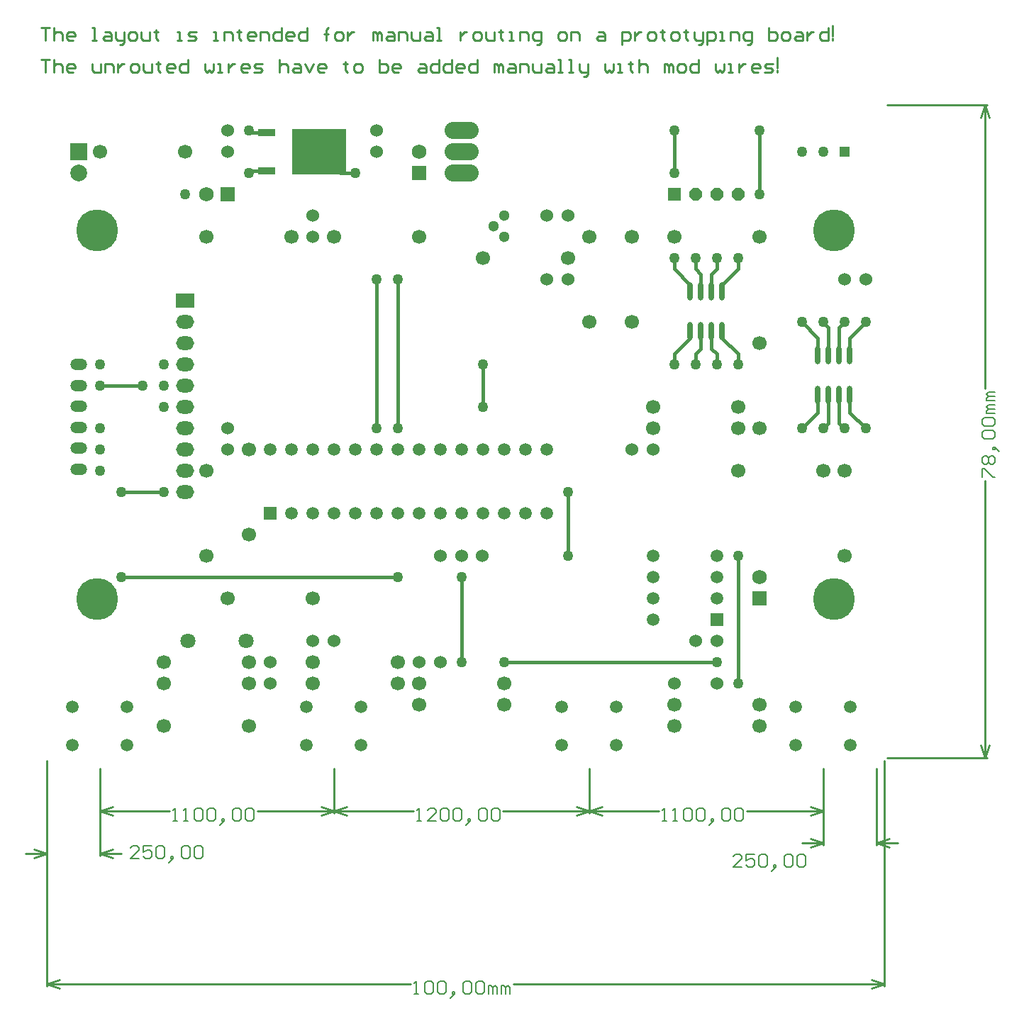
<source format=gtl>
G04 Layer_Physical_Order=1*
G04 Layer_Color=25308*
%FSLAX25Y25*%
%MOIN*%
G70*
G01*
G75*
%ADD10O,0.02362X0.08661*%
%ADD11R,0.08268X0.03740*%
%ADD12R,0.25590X0.21654*%
%ADD13C,0.01500*%
%ADD14C,0.01000*%
%ADD15C,0.00600*%
%ADD16C,0.05906*%
%ADD17C,0.06000*%
%ADD18P,0.06494X8X22.5*%
%ADD19R,0.06000X0.06000*%
%ADD20C,0.06693*%
%ADD21R,0.06890X0.06890*%
%ADD22C,0.06890*%
%ADD23R,0.05000X0.05000*%
%ADD24C,0.05000*%
%ADD25C,0.05118*%
%ADD26O,0.16000X0.08000*%
%ADD27R,0.06890X0.06890*%
%ADD28R,0.05906X0.05906*%
%ADD29C,0.07087*%
%ADD30R,0.08500X0.06500*%
%ADD31O,0.08500X0.06500*%
%ADD32O,0.07874X0.05315*%
%ADD33C,0.19685*%
%ADD34R,0.05906X0.05906*%
%ADD35C,0.07874*%
%ADD36R,0.07874X0.07874*%
D10*
X871201Y683150D02*
D03*
X866201Y683150D02*
D03*
X861201Y683150D02*
D03*
X856201Y683150D02*
D03*
X871201Y664252D02*
D03*
X866201Y664252D02*
D03*
X861201Y664252D02*
D03*
X856201Y664252D02*
D03*
X811201Y713150D02*
D03*
X806201Y713150D02*
D03*
X801201Y713150D02*
D03*
X796201Y713150D02*
D03*
X811201Y694252D02*
D03*
X806201Y694252D02*
D03*
X801201Y694252D02*
D03*
X796201Y694252D02*
D03*
D11*
X596969Y787677D02*
D03*
X596969Y769724D02*
D03*
D12*
X621772Y778701D02*
D03*
D13*
X518701Y668701D02*
X538701Y668701D01*
X528701Y618701D02*
X548701Y618701D01*
X658701Y648701D02*
X658701Y718701D01*
X528701Y578701D02*
X658701Y578701D01*
X818701Y528701D02*
X818701Y588701D01*
X688701Y538701D02*
X688701Y578701D01*
X708701Y538701D02*
X808701Y538701D01*
X648701Y648701D02*
X648701Y718701D01*
X698701Y658701D02*
X698701Y678701D01*
X738701Y588701D02*
X738701Y618701D01*
X828701Y758701D02*
X828701Y788701D01*
X788701Y768701D02*
X788701Y788701D01*
X621772Y778701D02*
X631772Y768701D01*
X638701Y768701D01*
X588701Y768701D02*
X589724Y769724D01*
X596969Y769724D01*
X588701Y788701D02*
X589724Y787677D01*
X596969Y787677D01*
X811201Y713150D02*
X811201Y716201D01*
X806201Y713150D02*
X806201Y721201D01*
X801201Y713150D02*
X801201Y721201D01*
X796201Y713150D02*
X796201Y716201D01*
X811201Y691201D02*
X811201Y694252D01*
X806201Y686201D02*
X806201Y694252D01*
X801201Y686201D02*
X801201Y694252D01*
X796201Y691201D02*
X796201Y694252D01*
X788701Y683701D02*
X796201Y691201D01*
X788701Y678701D02*
X788701Y683701D01*
X798701Y683701D02*
X801201Y686201D01*
X798701Y678701D02*
X798701Y683701D01*
X806201Y686201D02*
X808701Y683701D01*
X808701Y678701D02*
X808701Y683701D01*
X811201Y691201D02*
X818701Y683701D01*
X818701Y678701D02*
X818701Y683701D01*
X788701Y723701D02*
X796201Y716201D01*
X788701Y723701D02*
X788701Y728701D01*
X798701Y723701D02*
X801201Y721201D01*
X798701Y723701D02*
X798701Y728701D01*
X806201Y721201D02*
X808701Y723701D01*
X808701Y728701D01*
X811201Y716201D02*
X818701Y723701D01*
X818701Y728701D01*
X871201Y683150D02*
X871201Y691201D01*
X878701Y698701D01*
X866201Y683150D02*
X866201Y696201D01*
X868701Y698701D01*
X861201Y683150D02*
X861201Y696201D01*
X858701Y698701D02*
X861201Y696201D01*
X856201Y683150D02*
X856201Y691201D01*
X848701Y698701D02*
X856201Y691201D01*
X871201Y656201D02*
X871201Y664252D01*
X871201Y656201D02*
X878701Y648701D01*
X866201Y651201D02*
X866201Y664252D01*
X866201Y651201D02*
X868701Y648701D01*
X861201Y651201D02*
X861201Y664252D01*
X858701Y648701D02*
X861201Y651201D01*
X856201Y656201D02*
X856201Y664252D01*
X848701Y648701D02*
X856201Y656201D01*
D14*
X491201Y822199D02*
X495199Y822199D01*
X493200Y822199D01*
X493200Y816201D01*
X497199Y822199D02*
X497199Y816201D01*
X497199Y819200D01*
X498199Y820199D01*
X500198Y820199D01*
X501198Y819200D01*
X501198Y816201D01*
X506196Y816201D02*
X504197Y816201D01*
X503197Y817200D01*
X503197Y819200D01*
X504197Y820199D01*
X506196Y820199D01*
X507196Y819200D01*
X507196Y818200D01*
X503197Y818200D01*
X515193Y820199D02*
X515193Y817200D01*
X516193Y816201D01*
X519192Y816201D01*
X519192Y820199D01*
X521191Y816201D02*
X521191Y820199D01*
X524190Y820199D01*
X525190Y819200D01*
X525190Y816201D01*
X527189Y820199D02*
X527189Y816201D01*
X527189Y818200D01*
X528189Y819200D01*
X529188Y820199D01*
X530188Y820199D01*
X534187Y816201D02*
X536186Y816201D01*
X537186Y817200D01*
X537186Y819200D01*
X536186Y820199D01*
X534187Y820199D01*
X533187Y819200D01*
X533187Y817200D01*
X534187Y816201D01*
X539185Y820199D02*
X539185Y817200D01*
X540185Y816201D01*
X543184Y816201D01*
X543184Y820199D01*
X546183Y821199D02*
X546183Y820199D01*
X545183Y820199D01*
X547183Y820199D01*
X546183Y820199D01*
X546183Y817200D01*
X547183Y816201D01*
X553181Y816201D02*
X551181Y816201D01*
X550182Y817200D01*
X550182Y819200D01*
X551181Y820199D01*
X553181Y820199D01*
X554180Y819200D01*
X554180Y818200D01*
X550182Y818200D01*
X560179Y822199D02*
X560179Y816201D01*
X557179Y816201D01*
X556180Y817200D01*
X556180Y819200D01*
X557179Y820199D01*
X560179Y820199D01*
X568176Y820199D02*
X568176Y817200D01*
X569176Y816201D01*
X570175Y817200D01*
X571175Y816201D01*
X572175Y817200D01*
X572175Y820199D01*
X574174Y816201D02*
X576173Y816201D01*
X575174Y816201D01*
X575174Y820199D01*
X574174Y820199D01*
X579172Y820199D02*
X579172Y816201D01*
X579172Y818200D01*
X580172Y819200D01*
X581172Y820199D01*
X582171Y820199D01*
X588169Y816201D02*
X586170Y816201D01*
X585170Y817200D01*
X585170Y819200D01*
X586170Y820199D01*
X588169Y820199D01*
X589169Y819200D01*
X589169Y818200D01*
X585170Y818200D01*
X591168Y816201D02*
X594168Y816201D01*
X595167Y817200D01*
X594168Y818200D01*
X592168Y818200D01*
X591168Y819200D01*
X592168Y820199D01*
X595167Y820199D01*
X603165Y822199D02*
X603165Y816201D01*
X603165Y819200D01*
X604164Y820199D01*
X606164Y820199D01*
X607163Y819200D01*
X607163Y816201D01*
X610162Y820199D02*
X612162Y820199D01*
X613161Y819200D01*
X613161Y816201D01*
X610162Y816201D01*
X609163Y817200D01*
X610162Y818200D01*
X613161Y818200D01*
X615161Y820199D02*
X617160Y816201D01*
X619159Y820199D01*
X624158Y816201D02*
X622158Y816201D01*
X621159Y817200D01*
X621159Y819200D01*
X622158Y820199D01*
X624158Y820199D01*
X625157Y819200D01*
X625157Y818200D01*
X621159Y818200D01*
X634155Y821199D02*
X634155Y820199D01*
X633155Y820199D01*
X635154Y820199D01*
X634155Y820199D01*
X634155Y817200D01*
X635154Y816201D01*
X639153Y816201D02*
X641152Y816201D01*
X642152Y817200D01*
X642152Y819200D01*
X641152Y820199D01*
X639153Y820199D01*
X638153Y819200D01*
X638153Y817200D01*
X639153Y816201D01*
X650149Y822199D02*
X650149Y816201D01*
X653148Y816201D01*
X654148Y817200D01*
X654148Y818200D01*
X654148Y819200D01*
X653148Y820199D01*
X650149Y820199D01*
X659146Y816201D02*
X657147Y816201D01*
X656147Y817200D01*
X656147Y819200D01*
X657147Y820199D01*
X659146Y820199D01*
X660146Y819200D01*
X660146Y818200D01*
X656147Y818200D01*
X669143Y820199D02*
X671143Y820199D01*
X672142Y819200D01*
X672142Y816201D01*
X669143Y816201D01*
X668144Y817200D01*
X669143Y818200D01*
X672142Y818200D01*
X678140Y822199D02*
X678140Y816201D01*
X675141Y816201D01*
X674142Y817200D01*
X674142Y819200D01*
X675141Y820199D01*
X678140Y820199D01*
X684138Y822199D02*
X684138Y816201D01*
X681139Y816201D01*
X680140Y817200D01*
X680140Y819200D01*
X681139Y820199D01*
X684138Y820199D01*
X689137Y816201D02*
X687137Y816201D01*
X686138Y817200D01*
X686138Y819200D01*
X687137Y820199D01*
X689137Y820199D01*
X690136Y819200D01*
X690136Y818200D01*
X686138Y818200D01*
X696135Y822199D02*
X696135Y816201D01*
X693135Y816201D01*
X692136Y817200D01*
X692136Y819200D01*
X693135Y820199D01*
X696135Y820199D01*
X704132Y816201D02*
X704132Y820199D01*
X705132Y820199D01*
X706131Y819200D01*
X706131Y816201D01*
X706131Y819200D01*
X707131Y820199D01*
X708131Y819200D01*
X708131Y816201D01*
X711130Y820199D02*
X713129Y820199D01*
X714129Y819200D01*
X714129Y816201D01*
X711130Y816201D01*
X710130Y817200D01*
X711130Y818200D01*
X714129Y818200D01*
X716128Y816201D02*
X716128Y820199D01*
X719127Y820199D01*
X720127Y819200D01*
X720127Y816201D01*
X722126Y820199D02*
X722126Y817200D01*
X723126Y816201D01*
X726125Y816201D01*
X726125Y820199D01*
X729124Y820199D02*
X731123Y820199D01*
X732123Y819200D01*
X732123Y816201D01*
X729124Y816201D01*
X728124Y817200D01*
X729124Y818200D01*
X732123Y818200D01*
X734122Y816201D02*
X736122Y816201D01*
X735122Y816201D01*
X735122Y822199D01*
X734122Y822199D01*
X739121Y816201D02*
X741120Y816201D01*
X740120Y816201D01*
X740120Y822199D01*
X739121Y822199D01*
X744119Y820199D02*
X744119Y817200D01*
X745119Y816201D01*
X748118Y816201D01*
X748118Y815201D01*
X747118Y814201D01*
X746118Y814201D01*
X748118Y816201D02*
X748118Y820199D01*
X756115Y820199D02*
X756115Y817200D01*
X757115Y816201D01*
X758114Y817200D01*
X759114Y816201D01*
X760114Y817200D01*
X760114Y820199D01*
X762113Y816201D02*
X764113Y816201D01*
X763113Y816201D01*
X763113Y820199D01*
X762113Y820199D01*
X768111Y821199D02*
X768111Y820199D01*
X767111Y820199D01*
X769111Y820199D01*
X768111Y820199D01*
X768111Y817200D01*
X769111Y816201D01*
X772110Y822199D02*
X772110Y816201D01*
X772110Y819200D01*
X773110Y820199D01*
X775109Y820199D01*
X776109Y819200D01*
X776109Y816201D01*
X784106Y816201D02*
X784106Y820199D01*
X785106Y820199D01*
X786105Y819200D01*
X786105Y816201D01*
X786105Y819200D01*
X787105Y820199D01*
X788105Y819200D01*
X788105Y816201D01*
X791104Y816201D02*
X793103Y816201D01*
X794103Y817200D01*
X794103Y819200D01*
X793103Y820199D01*
X791104Y820199D01*
X790104Y819200D01*
X790104Y817200D01*
X791104Y816201D01*
X800101Y822199D02*
X800101Y816201D01*
X797102Y816201D01*
X796102Y817200D01*
X796102Y819200D01*
X797102Y820199D01*
X800101Y820199D01*
X808098Y820199D02*
X808098Y817200D01*
X809098Y816201D01*
X810098Y817200D01*
X811097Y816201D01*
X812097Y817200D01*
X812097Y820199D01*
X814096Y816201D02*
X816096Y816201D01*
X815096Y816201D01*
X815096Y820199D01*
X814096Y820199D01*
X819095Y820199D02*
X819095Y816201D01*
X819095Y818200D01*
X820094Y819200D01*
X821094Y820199D01*
X822094Y820199D01*
X828092Y816201D02*
X826092Y816201D01*
X825093Y817200D01*
X825093Y819200D01*
X826092Y820199D01*
X828092Y820199D01*
X829091Y819200D01*
X829091Y818200D01*
X825093Y818200D01*
X831091Y816201D02*
X834090Y816201D01*
X835089Y817200D01*
X834090Y818200D01*
X832090Y818200D01*
X831091Y819200D01*
X832090Y820199D01*
X835089Y820199D01*
X837089Y818200D02*
X837089Y823199D01*
X837089Y817200D02*
X837089Y816201D01*
X491201Y837199D02*
X495199Y837199D01*
X493200Y837199D01*
X493200Y831201D01*
X497199Y837199D02*
X497199Y831201D01*
X497199Y834200D01*
X498199Y835200D01*
X500198Y835200D01*
X501198Y834200D01*
X501198Y831201D01*
X506196Y831201D02*
X504197Y831201D01*
X503197Y832201D01*
X503197Y834200D01*
X504197Y835200D01*
X506196Y835200D01*
X507196Y834200D01*
X507196Y833200D01*
X503197Y833200D01*
X515193Y831201D02*
X517192Y831201D01*
X516193Y831201D01*
X516193Y837199D01*
X515193Y837199D01*
X521191Y835200D02*
X523190Y835200D01*
X524190Y834200D01*
X524190Y831201D01*
X521191Y831201D01*
X520191Y832201D01*
X521191Y833200D01*
X524190Y833200D01*
X526190Y835200D02*
X526190Y832201D01*
X527189Y831201D01*
X530188Y831201D01*
X530188Y830201D01*
X529188Y829201D01*
X528189Y829201D01*
X530188Y831201D02*
X530188Y835200D01*
X533187Y831201D02*
X535187Y831201D01*
X536186Y832201D01*
X536186Y834200D01*
X535187Y835200D01*
X533187Y835200D01*
X532188Y834200D01*
X532188Y832201D01*
X533187Y831201D01*
X538186Y835200D02*
X538186Y832201D01*
X539185Y831201D01*
X542184Y831201D01*
X542184Y835200D01*
X545183Y836199D02*
X545183Y835200D01*
X544184Y835200D01*
X546183Y835200D01*
X545183Y835200D01*
X545183Y832201D01*
X546183Y831201D01*
X555180Y831201D02*
X557179Y831201D01*
X556180Y831201D01*
X556180Y835200D01*
X555180Y835200D01*
X560179Y831201D02*
X563177Y831201D01*
X564177Y832201D01*
X563177Y833200D01*
X561178Y833200D01*
X560179Y834200D01*
X561178Y835200D01*
X564177Y835200D01*
X572175Y831201D02*
X574174Y831201D01*
X573174Y831201D01*
X573174Y835200D01*
X572175Y835200D01*
X577173Y831201D02*
X577173Y835200D01*
X580172Y835200D01*
X581172Y834200D01*
X581172Y831201D01*
X584171Y836199D02*
X584171Y835200D01*
X583171Y835200D01*
X585170Y835200D01*
X584171Y835200D01*
X584171Y832201D01*
X585170Y831201D01*
X591168Y831201D02*
X589169Y831201D01*
X588169Y832201D01*
X588169Y834200D01*
X589169Y835200D01*
X591168Y835200D01*
X592168Y834200D01*
X592168Y833200D01*
X588169Y833200D01*
X594168Y831201D02*
X594168Y835200D01*
X597166Y835200D01*
X598166Y834200D01*
X598166Y831201D01*
X604164Y837199D02*
X604164Y831201D01*
X601165Y831201D01*
X600166Y832201D01*
X600166Y834200D01*
X601165Y835200D01*
X604164Y835200D01*
X609163Y831201D02*
X607163Y831201D01*
X606164Y832201D01*
X606164Y834200D01*
X607163Y835200D01*
X609163Y835200D01*
X610162Y834200D01*
X610162Y833200D01*
X606164Y833200D01*
X616160Y837199D02*
X616160Y831201D01*
X613161Y831201D01*
X612162Y832201D01*
X612162Y834200D01*
X613161Y835200D01*
X616160Y835200D01*
X625157Y831201D02*
X625157Y836199D01*
X625157Y834200D01*
X624158Y834200D01*
X626157Y834200D01*
X625157Y834200D01*
X625157Y836199D01*
X626157Y837199D01*
X630156Y831201D02*
X632155Y831201D01*
X633155Y832201D01*
X633155Y834200D01*
X632155Y835200D01*
X630156Y835200D01*
X629156Y834200D01*
X629156Y832201D01*
X630156Y831201D01*
X635154Y835200D02*
X635154Y831201D01*
X635154Y833200D01*
X636154Y834200D01*
X637154Y835200D01*
X638153Y835200D01*
X647150Y831201D02*
X647150Y835200D01*
X648150Y835200D01*
X649150Y834200D01*
X649150Y831201D01*
X649150Y834200D01*
X650149Y835200D01*
X651149Y834200D01*
X651149Y831201D01*
X654148Y835200D02*
X656147Y835200D01*
X657147Y834200D01*
X657147Y831201D01*
X654148Y831201D01*
X653148Y832201D01*
X654148Y833200D01*
X657147Y833200D01*
X659146Y831201D02*
X659146Y835200D01*
X662146Y835200D01*
X663145Y834200D01*
X663145Y831201D01*
X665144Y835200D02*
X665144Y832201D01*
X666144Y831201D01*
X669143Y831201D01*
X669143Y835200D01*
X672142Y835200D02*
X674142Y835200D01*
X675141Y834200D01*
X675141Y831201D01*
X672142Y831201D01*
X671143Y832201D01*
X672142Y833200D01*
X675141Y833200D01*
X677141Y831201D02*
X679140Y831201D01*
X678140Y831201D01*
X678140Y837199D01*
X677141Y837199D01*
X688137Y835200D02*
X688137Y831201D01*
X688137Y833200D01*
X689137Y834200D01*
X690136Y835200D01*
X691136Y835200D01*
X695135Y831201D02*
X697134Y831201D01*
X698134Y832201D01*
X698134Y834200D01*
X697134Y835200D01*
X695135Y835200D01*
X694135Y834200D01*
X694135Y832201D01*
X695135Y831201D01*
X700133Y835200D02*
X700133Y832201D01*
X701133Y831201D01*
X704132Y831201D01*
X704132Y835200D01*
X707131Y836199D02*
X707131Y835200D01*
X706131Y835200D01*
X708131Y835200D01*
X707131Y835200D01*
X707131Y832201D01*
X708131Y831201D01*
X711130Y831201D02*
X713129Y831201D01*
X712129Y831201D01*
X712129Y835200D01*
X711130Y835200D01*
X716128Y831201D02*
X716128Y835200D01*
X719127Y835200D01*
X720127Y834200D01*
X720127Y831201D01*
X724125Y829201D02*
X725125Y829201D01*
X726125Y830201D01*
X726125Y835200D01*
X723126Y835200D01*
X722126Y834200D01*
X722126Y832201D01*
X723126Y831201D01*
X726125Y831201D01*
X735122Y831201D02*
X737121Y831201D01*
X738121Y832201D01*
X738121Y834200D01*
X737121Y835200D01*
X735122Y835200D01*
X734122Y834200D01*
X734122Y832201D01*
X735122Y831201D01*
X740120Y831201D02*
X740120Y835200D01*
X743119Y835200D01*
X744119Y834200D01*
X744119Y831201D01*
X753116Y835200D02*
X755115Y835200D01*
X756115Y834200D01*
X756115Y831201D01*
X753116Y831201D01*
X752116Y832201D01*
X753116Y833200D01*
X756115Y833200D01*
X764113Y829201D02*
X764113Y835200D01*
X767111Y835200D01*
X768111Y834200D01*
X768111Y832201D01*
X767111Y831201D01*
X764113Y831201D01*
X770111Y835200D02*
X770111Y831201D01*
X770111Y833200D01*
X771110Y834200D01*
X772110Y835200D01*
X773110Y835200D01*
X777108Y831201D02*
X779108Y831201D01*
X780107Y832201D01*
X780107Y834200D01*
X779108Y835200D01*
X777108Y835200D01*
X776109Y834200D01*
X776109Y832201D01*
X777108Y831201D01*
X783106Y836199D02*
X783106Y835200D01*
X782107Y835200D01*
X784106Y835200D01*
X783106Y835200D01*
X783106Y832201D01*
X784106Y831201D01*
X788105Y831201D02*
X790104Y831201D01*
X791104Y832201D01*
X791104Y834200D01*
X790104Y835200D01*
X788105Y835200D01*
X787105Y834200D01*
X787105Y832201D01*
X788105Y831201D01*
X794103Y836199D02*
X794103Y835200D01*
X793103Y835200D01*
X795103Y835200D01*
X794103Y835200D01*
X794103Y832201D01*
X795103Y831201D01*
X798102Y835200D02*
X798102Y832201D01*
X799101Y831201D01*
X802100Y831201D01*
X802100Y830201D01*
X801101Y829201D01*
X800101Y829201D01*
X802100Y831201D02*
X802100Y835200D01*
X804099Y829201D02*
X804099Y835200D01*
X807099Y835200D01*
X808098Y834200D01*
X808098Y832201D01*
X807099Y831201D01*
X804099Y831201D01*
X810098Y831201D02*
X812097Y831201D01*
X811097Y831201D01*
X811097Y835200D01*
X810098Y835200D01*
X815096Y831201D02*
X815096Y835200D01*
X818095Y835200D01*
X819095Y834200D01*
X819095Y831201D01*
X823093Y829201D02*
X824093Y829201D01*
X825093Y830201D01*
X825093Y835200D01*
X822094Y835200D01*
X821094Y834200D01*
X821094Y832201D01*
X822094Y831201D01*
X825093Y831201D01*
X833090Y837199D02*
X833090Y831201D01*
X836089Y831201D01*
X837089Y832201D01*
X837089Y833200D01*
X837089Y834200D01*
X836089Y835200D01*
X833090Y835200D01*
X840088Y831201D02*
X842087Y831201D01*
X843087Y832201D01*
X843087Y834200D01*
X842087Y835200D01*
X840088Y835200D01*
X839088Y834200D01*
X839088Y832201D01*
X840088Y831201D01*
X846086Y835200D02*
X848085Y835200D01*
X849085Y834200D01*
X849085Y831201D01*
X846086Y831201D01*
X845086Y832201D01*
X846086Y833200D01*
X849085Y833200D01*
X851084Y835200D02*
X851084Y831201D01*
X851084Y833200D01*
X852084Y834200D01*
X853084Y835200D01*
X854083Y835200D01*
X861081Y837199D02*
X861081Y831201D01*
X858082Y831201D01*
X857082Y832201D01*
X857082Y834200D01*
X858082Y835200D01*
X861081Y835200D01*
X863081Y833200D02*
X863081Y838198D01*
X863081Y832201D02*
X863081Y831201D01*
X888795Y800787D02*
X935646Y800787D01*
X888795Y493701D02*
X935646Y493701D01*
X934646Y667238D02*
X934646Y800787D01*
X934646Y493701D02*
X934646Y624051D01*
X932646Y794787D02*
X934646Y800787D01*
X936646Y794787D01*
X934646Y493701D02*
X936646Y499701D01*
X932646Y499701D02*
X934646Y493701D01*
X887402Y386402D02*
X887402Y492307D01*
X493701Y386402D02*
X493701Y492307D01*
X713044Y387402D02*
X887402Y387402D01*
X493701Y387402D02*
X664858Y387402D01*
X881402Y389402D02*
X887402Y387402D01*
X881402Y385402D02*
X887402Y387402D01*
X493701Y387402D02*
X499701Y385402D01*
X493701Y387402D02*
X499701Y389402D01*
X858701Y452701D02*
X858701Y488701D01*
X883701Y452701D02*
X883701Y488701D01*
X883701Y453701D02*
X893701Y453701D01*
X848701Y453701D02*
X858701Y453701D01*
X883701Y453701D02*
X889701Y451701D01*
X883701Y453701D02*
X889701Y455701D01*
X852701Y455701D02*
X858701Y453701D01*
X852701Y451701D02*
X858701Y453701D01*
X518701Y447701D02*
X518701Y488701D01*
X493701Y447701D02*
X493701Y488701D01*
X483701Y448701D02*
X493701Y448701D01*
X518701Y448701D02*
X528701Y448701D01*
X487701Y450701D02*
X493701Y448701D01*
X487701Y446701D02*
X493701Y448701D01*
X518701Y448701D02*
X524701Y446701D01*
X518701Y448701D02*
X524701Y450701D01*
X858701Y467701D02*
X858701Y488701D01*
X748701Y467701D02*
X748701Y488701D01*
X822695Y468701D02*
X858701Y468701D01*
X748701Y468701D02*
X781507Y468701D01*
X852701Y470701D02*
X858701Y468701D01*
X852701Y466701D02*
X858701Y468701D01*
X748701Y468701D02*
X754701Y466701D01*
X748701Y468701D02*
X754701Y470701D01*
X748701Y467701D02*
X748701Y488701D01*
X628701Y467701D02*
X628701Y488701D01*
X708194Y468701D02*
X748701Y468701D01*
X628701Y468701D02*
X666007Y468701D01*
X742701Y470701D02*
X748701Y468701D01*
X742701Y466701D02*
X748701Y468701D01*
X628701Y468701D02*
X634701Y466701D01*
X628701Y468701D02*
X634701Y470701D01*
X628701Y467701D02*
X628701Y488701D01*
X518701Y467701D02*
X518701Y488701D01*
X592695Y468701D02*
X628701Y468701D01*
X518701Y468701D02*
X551507Y468701D01*
X622701Y470701D02*
X628701Y468701D01*
X622701Y466701D02*
X628701Y468701D01*
X518701Y468701D02*
X524701Y466701D01*
X518701Y468701D02*
X524701Y470701D01*
D15*
X933246Y625651D02*
X933246Y629649D01*
X934246Y629649D01*
X938245Y625651D01*
X939244Y625651D01*
X934246Y631649D02*
X933246Y632648D01*
X933246Y634648D01*
X934246Y635647D01*
X935246Y635647D01*
X936245Y634648D01*
X937245Y635647D01*
X938245Y635647D01*
X939244Y634648D01*
X939244Y632648D01*
X938245Y631649D01*
X937245Y631649D01*
X936245Y632648D01*
X935246Y631649D01*
X934246Y631649D01*
X936245Y632648D02*
X936245Y634648D01*
X940244Y638646D02*
X939244Y639646D01*
X938245Y639646D01*
X938245Y638646D01*
X939244Y638646D01*
X939244Y639646D01*
X940244Y638646D01*
X941244Y637647D01*
X934246Y643645D02*
X933246Y644644D01*
X933246Y646644D01*
X934246Y647644D01*
X938245Y647644D01*
X939244Y646644D01*
X939244Y644644D01*
X938245Y643645D01*
X934246Y643645D01*
X934246Y649643D02*
X933246Y650642D01*
X933246Y652642D01*
X934246Y653642D01*
X938245Y653642D01*
X939244Y652642D01*
X939244Y650642D01*
X938245Y649643D01*
X934246Y649643D01*
X939244Y655641D02*
X935246Y655641D01*
X935246Y656640D01*
X936245Y657640D01*
X939244Y657640D01*
X936245Y657640D01*
X935246Y658640D01*
X936245Y659640D01*
X939244Y659640D01*
X939244Y661639D02*
X935246Y661639D01*
X935246Y662639D01*
X936245Y663638D01*
X939244Y663638D01*
X936245Y663638D01*
X935246Y664638D01*
X936245Y665638D01*
X939244Y665638D01*
X666459Y382803D02*
X668458Y382803D01*
X667458Y382803D01*
X667458Y388801D01*
X666459Y387801D01*
X671457Y387801D02*
X672457Y388801D01*
X674456Y388801D01*
X675456Y387801D01*
X675456Y383803D01*
X674456Y382803D01*
X672457Y382803D01*
X671457Y383803D01*
X671457Y387801D01*
X677455Y387801D02*
X678455Y388801D01*
X680454Y388801D01*
X681454Y387801D01*
X681454Y383803D01*
X680454Y382803D01*
X678455Y382803D01*
X677455Y383803D01*
X677455Y387801D01*
X684453Y381803D02*
X685452Y382803D01*
X685452Y383803D01*
X684453Y383803D01*
X684453Y382803D01*
X685452Y382803D01*
X684453Y381803D01*
X683453Y380803D01*
X689451Y387801D02*
X690451Y388801D01*
X692450Y388801D01*
X693450Y387801D01*
X693450Y383803D01*
X692450Y382803D01*
X690451Y382803D01*
X689451Y383803D01*
X689451Y387801D01*
X695449Y387801D02*
X696449Y388801D01*
X698448Y388801D01*
X699448Y387801D01*
X699448Y383803D01*
X698448Y382803D01*
X696449Y382803D01*
X695449Y383803D01*
X695449Y387801D01*
X701447Y382803D02*
X701447Y386802D01*
X702447Y386802D01*
X703446Y385802D01*
X703446Y382803D01*
X703446Y385802D01*
X704446Y386802D01*
X705446Y385802D01*
X705446Y382803D01*
X707445Y382803D02*
X707445Y386802D01*
X708445Y386802D01*
X709445Y385802D01*
X709445Y382803D01*
X709445Y385802D01*
X710444Y386802D01*
X711444Y385802D01*
X711444Y382803D01*
X820534Y442520D02*
X816535Y442520D01*
X820534Y446518D01*
X820534Y447518D01*
X819534Y448518D01*
X817535Y448518D01*
X816535Y447518D01*
X826532Y448518D02*
X822534Y448518D01*
X822534Y445519D01*
X824533Y446518D01*
X825533Y446518D01*
X826532Y445519D01*
X826532Y443519D01*
X825533Y442520D01*
X823533Y442520D01*
X822534Y443519D01*
X828532Y447518D02*
X829531Y448518D01*
X831531Y448518D01*
X832530Y447518D01*
X832530Y443519D01*
X831531Y442520D01*
X829531Y442520D01*
X828532Y443519D01*
X828532Y447518D01*
X835529Y441520D02*
X836529Y442520D01*
X836529Y443519D01*
X835529Y443519D01*
X835529Y442520D01*
X836529Y442520D01*
X835529Y441520D01*
X834530Y440520D01*
X840528Y447518D02*
X841527Y448518D01*
X843527Y448518D01*
X844526Y447518D01*
X844526Y443519D01*
X843527Y442520D01*
X841527Y442520D01*
X840528Y443519D01*
X840528Y447518D01*
X846526Y447518D02*
X847525Y448518D01*
X849525Y448518D01*
X850525Y447518D01*
X850525Y443519D01*
X849525Y442520D01*
X847525Y442520D01*
X846526Y443519D01*
X846526Y447518D01*
X537070Y446457D02*
X533071Y446457D01*
X537070Y450455D01*
X537070Y451455D01*
X536070Y452455D01*
X534071Y452455D01*
X533071Y451455D01*
X543068Y452455D02*
X539069Y452455D01*
X539069Y449456D01*
X541068Y450455D01*
X542068Y450455D01*
X543068Y449456D01*
X543068Y447456D01*
X542068Y446457D01*
X540069Y446457D01*
X539069Y447456D01*
X545067Y451455D02*
X546067Y452455D01*
X548066Y452455D01*
X549066Y451455D01*
X549066Y447456D01*
X548066Y446457D01*
X546067Y446457D01*
X545067Y447456D01*
X545067Y451455D01*
X552065Y445457D02*
X553064Y446457D01*
X553064Y447456D01*
X552065Y447456D01*
X552065Y446457D01*
X553064Y446457D01*
X552065Y445457D01*
X551065Y444457D01*
X557063Y451455D02*
X558063Y452455D01*
X560062Y452455D01*
X561062Y451455D01*
X561062Y447456D01*
X560062Y446457D01*
X558063Y446457D01*
X557063Y447456D01*
X557063Y451455D01*
X563061Y451455D02*
X564061Y452455D01*
X566060Y452455D01*
X567060Y451455D01*
X567060Y447456D01*
X566060Y446457D01*
X564061Y446457D01*
X563061Y447456D01*
X563061Y451455D01*
X783107Y464102D02*
X785106Y464102D01*
X784107Y464102D01*
X784107Y470100D01*
X783107Y469101D01*
X788105Y464102D02*
X790105Y464102D01*
X789105Y464102D01*
X789105Y470100D01*
X788105Y469101D01*
X793104Y469101D02*
X794103Y470100D01*
X796103Y470100D01*
X797102Y469101D01*
X797102Y465102D01*
X796103Y464102D01*
X794103Y464102D01*
X793104Y465102D01*
X793104Y469101D01*
X799102Y469101D02*
X800101Y470100D01*
X802101Y470100D01*
X803100Y469101D01*
X803100Y465102D01*
X802101Y464102D01*
X800101Y464102D01*
X799102Y465102D01*
X799102Y469101D01*
X806100Y463102D02*
X807099Y464102D01*
X807099Y465102D01*
X806100Y465102D01*
X806100Y464102D01*
X807099Y464102D01*
X806100Y463102D01*
X805100Y462103D01*
X811098Y469101D02*
X812097Y470100D01*
X814097Y470100D01*
X815097Y469101D01*
X815097Y465102D01*
X814097Y464102D01*
X812097Y464102D01*
X811098Y465102D01*
X811098Y469101D01*
X817096Y469101D02*
X818096Y470100D01*
X820095Y470100D01*
X821095Y469101D01*
X821095Y465102D01*
X820095Y464102D01*
X818096Y464102D01*
X817096Y465102D01*
X817096Y469101D01*
X667607Y464102D02*
X669606Y464102D01*
X668607Y464102D01*
X668607Y470100D01*
X667607Y469101D01*
X676604Y464102D02*
X672606Y464102D01*
X676604Y468101D01*
X676604Y469101D01*
X675604Y470100D01*
X673605Y470100D01*
X672606Y469101D01*
X678604Y469101D02*
X679603Y470100D01*
X681603Y470100D01*
X682602Y469101D01*
X682602Y465102D01*
X681603Y464102D01*
X679603Y464102D01*
X678604Y465102D01*
X678604Y469101D01*
X684602Y469101D02*
X685601Y470100D01*
X687601Y470100D01*
X688600Y469101D01*
X688600Y465102D01*
X687601Y464102D01*
X685601Y464102D01*
X684602Y465102D01*
X684602Y469101D01*
X691599Y463102D02*
X692599Y464102D01*
X692599Y465102D01*
X691599Y465102D01*
X691599Y464102D01*
X692599Y464102D01*
X691599Y463102D01*
X690600Y462103D01*
X696598Y469101D02*
X697597Y470100D01*
X699597Y470100D01*
X700596Y469101D01*
X700596Y465102D01*
X699597Y464102D01*
X697597Y464102D01*
X696598Y465102D01*
X696598Y469101D01*
X702596Y469101D02*
X703595Y470100D01*
X705595Y470100D01*
X706595Y469101D01*
X706595Y465102D01*
X705595Y464102D01*
X703595Y464102D01*
X702596Y465102D01*
X702596Y469101D01*
X553107Y464102D02*
X555106Y464102D01*
X554107Y464102D01*
X554107Y470100D01*
X553107Y469101D01*
X558105Y464102D02*
X560105Y464102D01*
X559105Y464102D01*
X559105Y470100D01*
X558105Y469101D01*
X563104Y469101D02*
X564103Y470100D01*
X566103Y470100D01*
X567102Y469101D01*
X567102Y465102D01*
X566103Y464102D01*
X564103Y464102D01*
X563104Y465102D01*
X563104Y469101D01*
X569102Y469101D02*
X570101Y470100D01*
X572101Y470100D01*
X573101Y469101D01*
X573101Y465102D01*
X572101Y464102D01*
X570101Y464102D01*
X569102Y465102D01*
X569102Y469101D01*
X576099Y463102D02*
X577099Y464102D01*
X577099Y465102D01*
X576099Y465102D01*
X576099Y464102D01*
X577099Y464102D01*
X576099Y463102D01*
X575100Y462103D01*
X581098Y469101D02*
X582097Y470100D01*
X584097Y470100D01*
X585097Y469101D01*
X585097Y465102D01*
X584097Y464102D01*
X582097Y464102D01*
X581098Y465102D01*
X581098Y469101D01*
X587096Y469101D02*
X588096Y470100D01*
X590095Y470100D01*
X591095Y469101D01*
X591095Y465102D01*
X590095Y464102D01*
X588096Y464102D01*
X587096Y465102D01*
X587096Y469101D01*
D16*
X761496Y499843D02*
D03*
X761496Y517559D02*
D03*
X735906Y499843D02*
D03*
X735906Y517559D02*
D03*
X871496Y499843D02*
D03*
X871496Y517559D02*
D03*
X845905Y499843D02*
D03*
X845905Y517559D02*
D03*
X728701Y638701D02*
D03*
X718701Y638701D02*
D03*
X708701Y638701D02*
D03*
X698701Y638701D02*
D03*
X688701Y638701D02*
D03*
X678701Y638701D02*
D03*
X668701Y638701D02*
D03*
X658701Y638701D02*
D03*
X648701Y638701D02*
D03*
X638701Y638701D02*
D03*
X628701Y638701D02*
D03*
X618701Y638701D02*
D03*
X608701Y638701D02*
D03*
X598701Y638701D02*
D03*
X728701Y608701D02*
D03*
X718701Y608701D02*
D03*
X708701Y608701D02*
D03*
X698701Y608701D02*
D03*
X688701Y608701D02*
D03*
X678701Y608701D02*
D03*
X668701Y608701D02*
D03*
X658701Y608701D02*
D03*
X648701Y608701D02*
D03*
X638701Y608701D02*
D03*
X628701Y608701D02*
D03*
X618701Y608701D02*
D03*
X608701Y608701D02*
D03*
X641496Y499843D02*
D03*
X641496Y517559D02*
D03*
X615906Y499843D02*
D03*
X615906Y517559D02*
D03*
X505905Y517559D02*
D03*
X505905Y499843D02*
D03*
X531496Y517559D02*
D03*
X531496Y499843D02*
D03*
X778701Y588701D02*
D03*
X778701Y578701D02*
D03*
X778701Y568701D02*
D03*
X778701Y558701D02*
D03*
X808701Y588701D02*
D03*
X808701Y578701D02*
D03*
X808701Y568701D02*
D03*
D17*
X678701Y538701D02*
D03*
X668701Y538701D02*
D03*
X808701Y528701D02*
D03*
X788701Y528701D02*
D03*
X798701Y548701D02*
D03*
X808701Y548701D02*
D03*
X778701Y638701D02*
D03*
X768701Y638701D02*
D03*
X878701Y718701D02*
D03*
X868701Y718701D02*
D03*
X728701Y748701D02*
D03*
X738701Y748701D02*
D03*
X728701Y718701D02*
D03*
X738701Y718701D02*
D03*
X648701Y778701D02*
D03*
X648701Y788701D02*
D03*
X578701Y778701D02*
D03*
X578701Y788701D02*
D03*
X618701Y748701D02*
D03*
X618701Y738701D02*
D03*
X578701Y648701D02*
D03*
X578701Y638701D02*
D03*
X618701Y548701D02*
D03*
X628701Y548701D02*
D03*
X598701Y538701D02*
D03*
X598701Y528701D02*
D03*
X698543Y588701D02*
D03*
X678858Y588701D02*
D03*
X688701Y588701D02*
D03*
D18*
X818701Y758701D02*
D03*
X808701Y758701D02*
D03*
X798701Y758701D02*
D03*
D19*
X788701Y758701D02*
D03*
D20*
X788701Y518701D02*
D03*
X828701Y518701D02*
D03*
X828701Y508701D02*
D03*
X788701Y508701D02*
D03*
X868701Y588701D02*
D03*
X868701Y628701D02*
D03*
X858701Y628701D02*
D03*
X818701Y628701D02*
D03*
X818701Y658701D02*
D03*
X778701Y658701D02*
D03*
X778701Y648701D02*
D03*
X818701Y648701D02*
D03*
X828701Y648701D02*
D03*
X828701Y688701D02*
D03*
X828701Y738701D02*
D03*
X788701Y738701D02*
D03*
X768701Y698701D02*
D03*
X768701Y738701D02*
D03*
X748701Y738701D02*
D03*
X748701Y698701D02*
D03*
X698701Y728701D02*
D03*
X738701Y728701D02*
D03*
X518701Y778701D02*
D03*
X558701Y778701D02*
D03*
X568701Y738701D02*
D03*
X608701Y738701D02*
D03*
X628701Y738701D02*
D03*
X668701Y738701D02*
D03*
X568701Y588701D02*
D03*
X568701Y628701D02*
D03*
X588701Y638701D02*
D03*
X588701Y598701D02*
D03*
X668701Y528701D02*
D03*
X708701Y528701D02*
D03*
X708701Y518701D02*
D03*
X668701Y518701D02*
D03*
X658701Y538701D02*
D03*
X618701Y538701D02*
D03*
X618701Y528701D02*
D03*
X658701Y528701D02*
D03*
X618701Y568701D02*
D03*
X578701Y568701D02*
D03*
X548701Y538701D02*
D03*
X588701Y538701D02*
D03*
X588701Y528701D02*
D03*
X548701Y528701D02*
D03*
X548701Y508701D02*
D03*
X588701Y508701D02*
D03*
D21*
X828701Y568780D02*
D03*
X668701Y768780D02*
D03*
D22*
X828701Y578622D02*
D03*
X568780Y758701D02*
D03*
X668701Y778622D02*
D03*
D23*
X868701Y778701D02*
D03*
D24*
X858701Y778701D02*
D03*
X848701Y778701D02*
D03*
X538701Y668701D02*
D03*
X528701Y618701D02*
D03*
X548701Y618701D02*
D03*
X548701Y658701D02*
D03*
X558701Y758701D02*
D03*
X658701Y718701D02*
D03*
X658701Y648701D02*
D03*
X528701Y578701D02*
D03*
X658701Y578701D02*
D03*
X548701Y668701D02*
D03*
X518701Y628701D02*
D03*
X548701Y678701D02*
D03*
X518701Y638701D02*
D03*
X518701Y668701D02*
D03*
X818701Y588701D02*
D03*
X818701Y528701D02*
D03*
X688701Y578701D02*
D03*
X688701Y538701D02*
D03*
X808701Y538701D02*
D03*
X708701Y538701D02*
D03*
X518701Y678701D02*
D03*
X518701Y648701D02*
D03*
X648701Y718701D02*
D03*
X648701Y648701D02*
D03*
X698701Y678701D02*
D03*
X698701Y658701D02*
D03*
X738701Y588701D02*
D03*
X738701Y618701D02*
D03*
X828701Y788701D02*
D03*
X828701Y758701D02*
D03*
X788701Y788701D02*
D03*
X788701Y768701D02*
D03*
X638701Y768701D02*
D03*
X588701Y768701D02*
D03*
X588701Y788701D02*
D03*
X788701Y678701D02*
D03*
X798701Y678701D02*
D03*
X808701Y678701D02*
D03*
X818701Y678701D02*
D03*
X788701Y728701D02*
D03*
X798701Y728701D02*
D03*
X808701Y728701D02*
D03*
X818701Y728701D02*
D03*
X878701Y698701D02*
D03*
X868701Y698701D02*
D03*
X858701Y698701D02*
D03*
X848701Y698701D02*
D03*
X878701Y648701D02*
D03*
X868701Y648701D02*
D03*
X858701Y648701D02*
D03*
X848701Y648701D02*
D03*
D25*
X708701Y748701D02*
D03*
X703701Y743701D02*
D03*
X708701Y738701D02*
D03*
D26*
X688701Y768701D02*
D03*
X688701Y778701D02*
D03*
X688701Y788701D02*
D03*
D27*
X578622Y758701D02*
D03*
D28*
X598701Y608701D02*
D03*
D29*
X559921Y548700D02*
D03*
X587480Y548700D02*
D03*
D30*
X558701Y708701D02*
D03*
D31*
X558701Y698701D02*
D03*
X558701Y688701D02*
D03*
X558701Y678701D02*
D03*
X558701Y668701D02*
D03*
X558701Y658701D02*
D03*
X558701Y648701D02*
D03*
X558701Y638701D02*
D03*
X558701Y628701D02*
D03*
X558701Y618701D02*
D03*
D32*
X508701Y629488D02*
D03*
X508701Y639331D02*
D03*
X508701Y649173D02*
D03*
X508701Y659016D02*
D03*
X508701Y668858D02*
D03*
X508701Y678701D02*
D03*
D33*
X863780Y741732D02*
D03*
X863780Y568504D02*
D03*
X517323Y741732D02*
D03*
X517323Y568504D02*
D03*
D34*
X808701Y558701D02*
D03*
D35*
X508701Y768701D02*
D03*
D36*
X508701Y778701D02*
D03*
M02*

</source>
